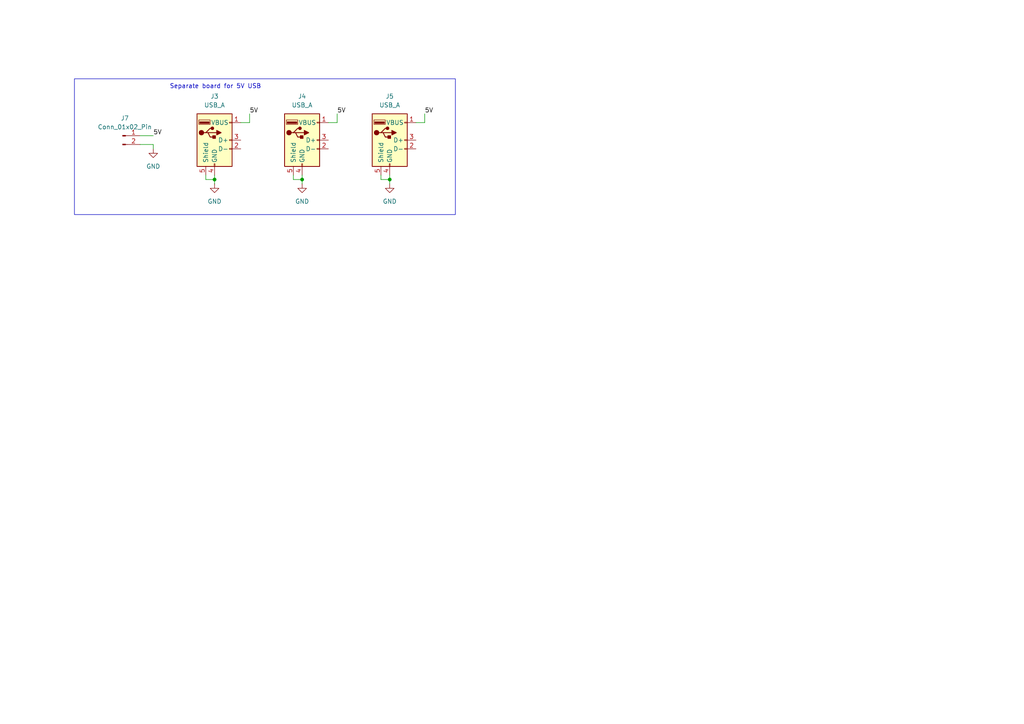
<source format=kicad_sch>
(kicad_sch (version 20231120) (generator "eeschema") (generator_version "8.0")
  (paper "A4")
  (lib_symbols
    (symbol "Connector:Conn_01x02_Pin" (pin_names (offset 1.016) hide)
      (property "Reference" "J" (at 0 2.54 0))
      (property "Value" "Conn_01x02_Pin" (at 0 -5.08 0))
      (symbol "Conn_01x02_Pin_1_1"
        (polyline (pts (xy 1.27 -2.54) (xy 0.8636 -2.54)) (stroke (width 0.1524)))
        (polyline (pts (xy 1.27 0) (xy 0.8636 0)) (stroke (width 0.1524)))
        (rectangle (start 0.8636 -2.413) (end 0 -2.667) (stroke (width 0.1524)) (fill (type outline)))
        (rectangle (start 0.8636 0.127) (end 0 -0.127) (stroke (width 0.1524)) (fill (type outline)))
        (pin passive line (at 5.08 0 180) (length 3.81) (name "Pin_1") (number "1"))
        (pin passive line (at 5.08 -2.54 180) (length 3.81) (name "Pin_2") (number "2"))
      )
    )
    (symbol "Connector:USB_A" (pin_names (offset 1.016))
      (property "Reference" "J" (at -5.08 11.43 0))
      (property "Value" "USB_A" (at -5.08 8.89 0))
      (symbol "USB_A_0_1"
        (rectangle (start -5.08 -7.62) (end 5.08 7.62) (stroke (width 0.254)) (fill (type background)))
        (circle (center -3.81 2.159) (radius 0.635) (stroke (width 0.254)) (fill (type outline)))
        (rectangle (start -1.524 4.826) (end -4.318 5.334) (fill (type outline)))
        (rectangle (start -1.27 4.572) (end -4.572 5.842))
        (circle (center -0.635 3.429) (radius 0.381) (stroke (width 0.254)) (fill (type outline)))
        (rectangle (start -0.127 -7.62) (end 0.127 -6.858))
        (polyline (pts (xy -3.175 2.159) (xy -2.54 2.159) (xy -1.27 3.429) (xy -0.635 3.429)) (stroke (width 0.254)))
        (polyline (pts (xy -2.54 2.159) (xy -1.905 2.159) (xy -1.27 0.889) (xy 0 0.889)) (stroke (width 0.254)))
        (polyline (pts (xy 0.635 2.794) (xy 0.635 1.524) (xy 1.905 2.159) (xy 0.635 2.794)) (stroke (width 0.254)) (fill (type outline)))
        (rectangle (start 0.254 1.27) (end -0.508 0.508) (stroke (width 0.254)) (fill (type outline)))
        (rectangle (start 5.08 -2.667) (end 4.318 -2.413))
        (rectangle (start 5.08 -0.127) (end 4.318 0.127))
        (rectangle (start 5.08 4.953) (end 4.318 5.207))
      )
      (symbol "USB_A_1_1"
        (polyline (pts (xy -1.905 2.159) (xy 0.635 2.159)) (stroke (width 0.254)))
        (pin power_in line (at 7.62 5.08 180) (length 2.54) (name "VBUS") (number "1"))
        (pin bidirectional line (at 7.62 -2.54 180) (length 2.54) (name "D-") (number "2"))
        (pin bidirectional line (at 7.62 0 180) (length 2.54) (name "D+") (number "3"))
        (pin power_in line (at 0 -10.16 90) (length 2.54) (name "GND") (number "4"))
        (pin passive line (at -2.54 -10.16 90) (length 2.54) (name "Shield") (number "5"))
      )
    )
    (symbol "power:GND" (power) (pin_numbers hide) (pin_names (offset 0) hide)
      (property "Value" "GND" (at 0 -3.81 0))
      (symbol "GND_0_1"
        (polyline (pts (xy 0 0) (xy 0 -1.27) (xy 1.27 -1.27) (xy 0 -2.54) (xy -1.27 -1.27) (xy 0 -1.27)))
      )
      (symbol "GND_1_1"
        (pin power_in line (at 0 0 270) (length 0) (name "~") (number "1"))
      )
    )
  )
  (junction (at 62.23 52.07))
  (junction (at 87.63 52.07))
  (junction (at 113.03 52.07))
  (wire (pts (xy 85.09 52.07) (xy 87.63 52.07)))
  (wire (pts (xy 59.69 52.07) (xy 62.23 52.07)))
  (wire (pts (xy 123.19 33.02) (xy 123.19 35.56)))
  (wire (pts (xy 40.64 39.37) (xy 44.45 39.37)))
  (wire (pts (xy 113.03 50.8) (xy 113.03 52.07)))
  (wire (pts (xy 59.69 50.8) (xy 59.69 52.07)))
  (wire (pts (xy 72.39 35.56) (xy 69.85 35.56)))
  (wire (pts (xy 87.63 50.8) (xy 87.63 52.07)))
  (wire (pts (xy 97.79 35.56) (xy 95.25 35.56)))
  (wire (pts (xy 44.45 41.91) (xy 44.45 43.18)))
  (wire (pts (xy 97.79 33.02) (xy 97.79 35.56)))
  (wire (pts (xy 40.64 41.91) (xy 44.45 41.91)))
  (wire (pts (xy 72.39 33.02) (xy 72.39 35.56)))
  (wire (pts (xy 62.23 50.8) (xy 62.23 52.07)))
  (wire (pts (xy 113.03 52.07) (xy 113.03 53.34)))
  (wire (pts (xy 110.49 52.07) (xy 113.03 52.07)))
  (wire (pts (xy 62.23 52.07) (xy 62.23 53.34)))
  (wire (pts (xy 110.49 50.8) (xy 110.49 52.07)))
  (wire (pts (xy 123.19 35.56) (xy 120.65 35.56)))
  (wire (pts (xy 85.09 50.8) (xy 85.09 52.07)))
  (wire (pts (xy 87.63 52.07) (xy 87.63 53.34)))
  (rectangle (start 21.59 22.86) (end 132.08 62.23))
  (text "Separate board for 5V USB" (at 62.484 25.146 0) (effects (font (size 1.27 1.27))))
  (label "5V" (at 44.45 39.37 0))
  (label "5V" (at 72.39 33.02 0))
  (label "5V" (at 123.19 33.02 0))
  (label "5V" (at 97.79 33.02 0))
  (symbol (lib_id "Connector:USB_A") (at 113.03 40.64 0) (unit 1)
    (property "Reference" "J5" (at 113.03 27.94 0))
    (property "Value" "USB_A" (at 113.03 30.48 0))
    (property "Footprint" "Connector_USB:USB_A_Molex_67643_Horizontal" (effects (hide yes)))
    (property "Description" "USB Type A connector" (effects (hide yes)))
  )
  (symbol (lib_id "Connector:USB_A") (at 62.23 40.64 0) (unit 1)
    (property "Reference" "J3" (at 62.23 27.94 0))
    (property "Value" "USB_A" (at 62.23 30.48 0))
    (property "Footprint" "Connector_USB:USB_A_Molex_67643_Horizontal" (effects (hide yes)))
    (property "Description" "USB Type A connector" (effects (hide yes)))
  )
  (symbol (lib_id "power:GND") (at 44.45 43.18 0) (unit 1)
    (property "Reference" "#PWR015" (effects (hide yes)))
    (property "Value" "GND" (at 44.45 48.26 0))
    (property "Description" "Power symbol creates a global label with name \"GND\" , ground" (effects (hide yes)))
  )
  (symbol (lib_id "power:GND") (at 113.03 53.34 0) (unit 1)
    (property "Reference" "#PWR012" (effects (hide yes)))
    (property "Value" "GND" (at 113.03 58.42 0))
    (property "Description" "Power symbol creates a global label with name \"GND\" , ground" (effects (hide yes)))
  )
  (symbol (lib_id "Connector:USB_A") (at 87.63 40.64 0) (unit 1)
    (property "Reference" "J4" (at 87.63 27.94 0))
    (property "Value" "USB_A" (at 87.63 30.48 0))
    (property "Footprint" "Connector_USB:USB_A_Molex_67643_Horizontal" (effects (hide yes)))
    (property "Description" "USB Type A connector" (effects (hide yes)))
  )
  (symbol (lib_id "power:GND") (at 87.63 53.34 0) (unit 1)
    (property "Reference" "#PWR011" (effects (hide yes)))
    (property "Value" "GND" (at 87.63 58.42 0))
    (property "Description" "Power symbol creates a global label with name \"GND\" , ground" (effects (hide yes)))
  )
  (symbol (lib_id "power:GND") (at 62.23 53.34 0) (unit 1)
    (property "Reference" "#PWR02" (effects (hide yes)))
    (property "Value" "GND" (at 62.23 58.42 0))
    (property "Description" "Power symbol creates a global label with name \"GND\" , ground" (effects (hide yes)))
  )
  (symbol (lib_id "Connector:Conn_01x02_Pin") (at 35.56 39.37 0) (unit 1)
    (property "Reference" "J7" (at 36.195 34.29 0))
    (property "Value" "Conn_01x02_Pin" (at 36.195 36.83 0))
    (property "Footprint" "SJSU_common:Pluggable_Terminal_2.54mm_2P_Horizontal" (effects (hide yes)))
    (property "Description" "Generic connector, single row, 01x02, script generated" (effects (hide yes)))
  )
)
</source>
